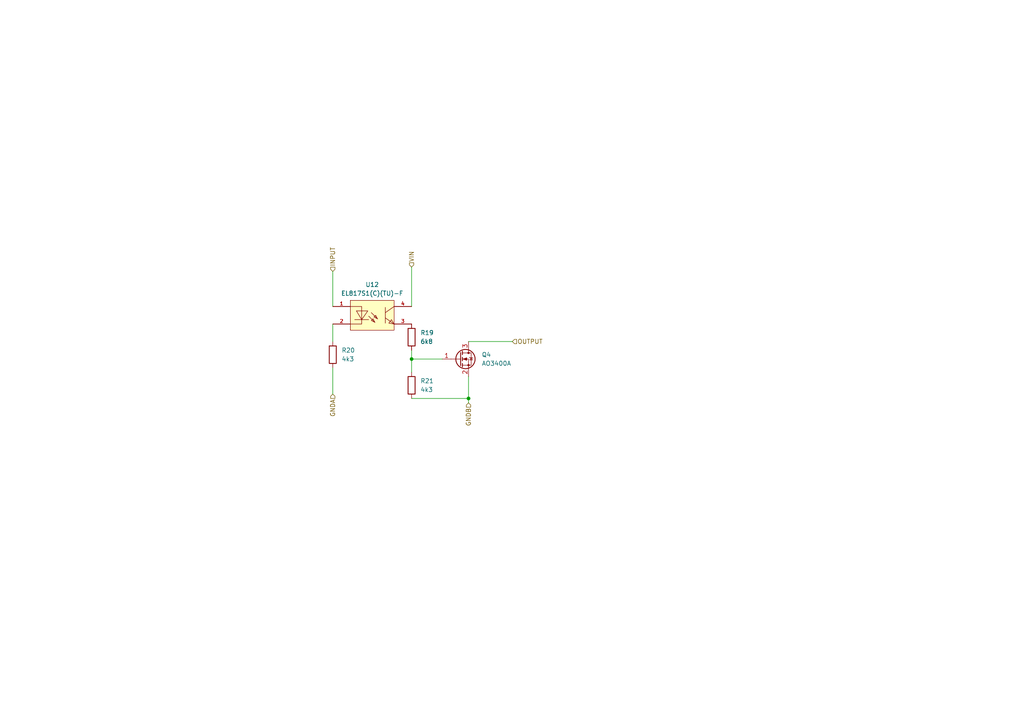
<source format=kicad_sch>
(kicad_sch (version 20211123) (generator eeschema)
  (paper "A4")
  (lib_symbols
    (symbol "0_JLCPCB_Symbols:EL817S1(C)(TU)-F" (pin_names hide)
      (property "Reference" "U" (at 0 1.27 0))
      (property "Value" "EL817S1(C)(TU)-F" (at 0 -2.54 0))
      (symbol "EL817S1(C)(TU)-F_0_0"
        (rectangle (start -7.62 -13.462) (end 5.08 -22.098) (fill (type background)))
        (polyline (pts (xy -2.286 -19.05) (xy -6.35 -19.05)))
        (polyline (pts (xy -2.286 -18.034) (xy -0.508 -19.812)))
        (polyline (pts (xy -1.524 -17.018) (xy 0.254 -18.796)))
        (polyline (pts (xy 2.54 -18.542) (xy 5.08 -20.32)))
        (polyline (pts (xy 2.54 -15.494) (xy 2.54 -20.066)))
        (polyline (pts (xy 5.08 -15.24) (xy 2.54 -17.018)))
        (polyline (pts (xy -7.62 -15.24) (xy -4.318 -15.24) (xy -4.318 -20.32) (xy -7.62 -20.32)))
        (polyline (pts (xy -5.842 -16.51) (xy -4.318 -19.05) (xy -2.54 -16.51) (xy -5.842 -16.51)) (fill (type background)))
        (polyline (pts (xy -0.508 -19.812) (xy -1.016 -18.796) (xy -1.524 -19.304) (xy -0.508 -19.812)) (fill (type background)))
        (polyline (pts (xy 0.254 -18.796) (xy -0.254 -17.78) (xy -0.762 -18.288) (xy 0.254 -18.796)) (fill (type background)))
        (polyline (pts (xy 5.08 -20.32) (xy 4.318 -19.05) (xy 3.556 -20.066) (xy 5.08 -20.32)) (fill (type background)))
        (pin unspecified line (at -12.7 -15.24 0) (length 5.08) (name "AN") (number "1"))
        (pin unspecified line (at -12.7 -20.32 0) (length 5.08) (name "CAT") (number "2"))
        (pin unspecified line (at 10.16 -20.32 180) (length 5.08) (name "EM") (number "3"))
        (pin unspecified line (at 10.16 -15.24 180) (length 5.08) (name "COL") (number "4"))
      )
    )
    (symbol "Device:R" (pin_numbers hide) (pin_names (offset 0))
      (property "Reference" "R" (at 2.032 0 90))
      (property "Value" "R" (at 0 0 90))
      (symbol "R_0_1"
        (rectangle (start -1.016 -2.54) (end 1.016 2.54) (stroke (width 0.254)))
      )
      (symbol "R_1_1"
        (pin passive line (at 0 3.81 270) (length 1.27) (name "~") (number "1"))
        (pin passive line (at 0 -3.81 90) (length 1.27) (name "~") (number "2"))
      )
    )
    (symbol "Transistor_FET:AO3400A" (pin_names hide)
      (property "Reference" "Q" (at 5.08 1.905 0))
      (property "Value" "AO3400A" (at 5.08 0 0))
      (symbol "AO3400A_0_1"
        (polyline (pts (xy 0.254 0) (xy -2.54 0)))
        (polyline (pts (xy 0.254 1.905) (xy 0.254 -1.905)) (stroke (width 0.254)))
        (polyline (pts (xy 0.762 -1.27) (xy 0.762 -2.286)) (stroke (width 0.254)))
        (polyline (pts (xy 0.762 0.508) (xy 0.762 -0.508)) (stroke (width 0.254)))
        (polyline (pts (xy 0.762 2.286) (xy 0.762 1.27)) (stroke (width 0.254)))
        (polyline (pts (xy 2.54 2.54) (xy 2.54 1.778)))
        (polyline (pts (xy 2.54 -2.54) (xy 2.54 0) (xy 0.762 0)))
        (polyline (pts (xy 0.762 -1.778) (xy 3.302 -1.778) (xy 3.302 1.778) (xy 0.762 1.778)))
        (polyline (pts (xy 1.016 0) (xy 2.032 0.381) (xy 2.032 -0.381) (xy 1.016 0)) (fill (type outline)))
        (polyline (pts (xy 2.794 0.508) (xy 2.921 0.381) (xy 3.683 0.381) (xy 3.81 0.254)))
        (polyline (pts (xy 3.302 0.381) (xy 2.921 -0.254) (xy 3.683 -0.254) (xy 3.302 0.381)))
        (circle (center 1.651 0) (radius 2.794) (stroke (width 0.254)))
        (circle (center 2.54 -1.778) (radius 0.254) (fill (type outline)))
        (circle (center 2.54 1.778) (radius 0.254) (fill (type outline)))
      )
      (symbol "AO3400A_1_1"
        (pin input line (at -5.08 0 0) (length 2.54) (name "G") (number "1"))
        (pin passive line (at 2.54 -5.08 90) (length 2.54) (name "S") (number "2"))
        (pin passive line (at 2.54 5.08 270) (length 2.54) (name "D") (number "3"))
      )
    )
  )
  (junction (at 119.38 104.14))
  (junction (at 135.89 115.57))
  (wire (pts (xy 119.38 104.14) (xy 119.38 101.6)))
  (wire (pts (xy 119.38 88.9) (xy 119.38 77.47)))
  (wire (pts (xy 135.89 99.06) (xy 148.59 99.06)))
  (wire (pts (xy 128.27 104.14) (xy 119.38 104.14)))
  (wire (pts (xy 135.89 109.22) (xy 135.89 115.57)))
  (wire (pts (xy 96.52 93.98) (xy 96.52 99.06)))
  (wire (pts (xy 119.38 107.95) (xy 119.38 104.14)))
  (wire (pts (xy 135.89 115.57) (xy 135.89 116.84)))
  (wire (pts (xy 119.38 115.57) (xy 135.89 115.57)))
  (wire (pts (xy 96.52 106.68) (xy 96.52 114.3)))
  (wire (pts (xy 96.52 78.74) (xy 96.52 88.9)))
  (hierarchical_label "GNDA" (shape input) (at 96.52 114.3 270))
  (hierarchical_label "INPUT" (shape input) (at 96.52 78.74 90))
  (hierarchical_label "OUTPUT" (shape input) (at 148.59 99.06 0))
  (hierarchical_label "GNDB" (shape input) (at 135.89 116.84 270))
  (hierarchical_label "VIN" (shape input) (at 119.38 77.47 90))
  (symbol (lib_id "0_JLCPCB_Symbols:EL817S1(C)(TU)-F") (at 109.22 73.66 0) (unit 1)
    (property "Reference" "U12" (at 107.95 82.55 0))
    (property "Value" "EL817S1(C)(TU)-F" (at 107.95 85.09 0))
    (property "Footprint" "0_JLCPCB_Footprints:OPTO-SMD-4_L4.6-W6.5-P2.54-LS10.3-TL" (effects hide))
    (property "Datasheet" "https://item.szlcsc.com/407496.html" (effects hide))
    (property "LCSC" "C106900" (effects hide))
  )
  (symbol (lib_id "Device:R") (at 119.38 111.76 0) (unit 1)
    (property "Reference" "R21" (at 121.92 110.4899 0) (effects (justify left)))
    (property "Value" "4k3" (at 121.92 113.0299 0) (effects (justify left)))
    (property "Footprint" "Resistor_SMD:R_0603_1608Metric" (effects hide))
    (property "LCSC" "C23159" (effects hide))
  )
  (symbol (lib_id "Transistor_FET:AO3400A") (at 133.35 104.14 0) (unit 1)
    (property "Reference" "Q4" (at 139.7 102.8699 0) (effects (justify left)))
    (property "Value" "AO3400A" (at 139.7 105.4099 0) (effects (justify left)))
    (property "Footprint" "Package_TO_SOT_SMD:SOT-23" (effects hide))
    (property "Datasheet" "http://www.aosmd.com/pdfs/datasheet/AO3400A.pdf" (effects hide))
  )
  (symbol (lib_id "Device:R") (at 96.52 102.87 0) (unit 1)
    (property "Reference" "R20" (at 99.06 101.5999 0) (effects (justify left)))
    (property "Value" "4k3" (at 99.06 104.1399 0) (effects (justify left)))
    (property "Footprint" "Resistor_SMD:R_0603_1608Metric" (effects hide))
    (property "LCSC" "C23159" (effects hide))
  )
  (symbol (lib_id "Device:R") (at 119.38 97.79 0) (unit 1)
    (property "Reference" "R19" (at 121.92 96.5199 0) (effects (justify left)))
    (property "Value" "6k8" (at 121.92 99.0599 0) (effects (justify left)))
    (property "Footprint" "Resistor_SMD:R_0603_1608Metric" (effects hide))
    (property "LCSC" "C23212" (effects hide))
  )
)
</source>
